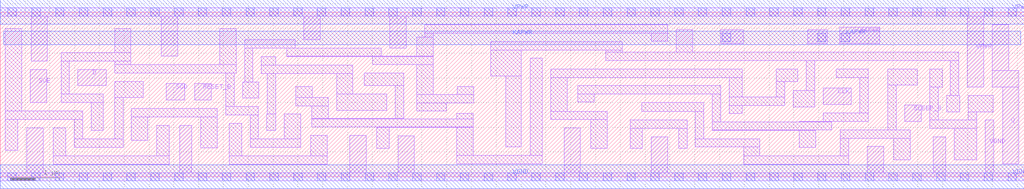
<source format=lef>
# Copyright 2020 The SkyWater PDK Authors
#
# Licensed under the Apache License, Version 2.0 (the "License");
# you may not use this file except in compliance with the License.
# You may obtain a copy of the License at
#
#     https://www.apache.org/licenses/LICENSE-2.0
#
# Unless required by applicable law or agreed to in writing, software
# distributed under the License is distributed on an "AS IS" BASIS,
# WITHOUT WARRANTIES OR CONDITIONS OF ANY KIND, either express or implied.
# See the License for the specific language governing permissions and
# limitations under the License.
#
# SPDX-License-Identifier: Apache-2.0

VERSION 5.7 ;
  NAMESCASESENSITIVE ON ;
  NOWIREEXTENSIONATPIN ON ;
  DIVIDERCHAR "/" ;
  BUSBITCHARS "[]" ;
UNITS
  DATABASE MICRONS 200 ;
END UNITS
MACRO sky130_fd_sc_lp__srsdfrtp_1
  CLASS CORE ;
  SOURCE USER ;
  FOREIGN sky130_fd_sc_lp__srsdfrtp_1 ;
  ORIGIN  0.000000  0.000000 ;
  SIZE  20.64000 BY  3.330000 ;
  SYMMETRY X Y R90 ;
  SITE unit ;
  PIN D
    ANTENNAGATEAREA  0.159000 ;
    DIRECTION INPUT ;
    USE SIGNAL ;
    PORT
      LAYER li1 ;
        RECT 1.565000 1.840000 2.135000 2.170000 ;
    END
  END D
  PIN Q
    ANTENNADIFFAREA  0.590100 ;
    DIRECTION OUTPUT ;
    USE SIGNAL ;
    PORT
      LAYER li1 ;
        RECT 19.995000 1.815000 20.535000 2.150000 ;
        RECT 19.995000 2.150000 20.325000 3.075000 ;
        RECT 20.205000 0.265000 20.535000 1.815000 ;
    END
  END Q
  PIN RESET_B
    ANTENNAGATEAREA  0.598000 ;
    DIRECTION INPUT ;
    USE SIGNAL ;
    PORT
      LAYER li1 ;
        RECT 3.920000 1.550000 4.250000 1.880000 ;
    END
  END RESET_B
  PIN SCD
    ANTENNAGATEAREA  0.159000 ;
    DIRECTION INPUT ;
    USE SIGNAL ;
    PORT
      LAYER li1 ;
        RECT 3.350000 1.550000 3.715000 1.880000 ;
    END
  END SCD
  PIN SCE
    ANTENNAGATEAREA  0.318000 ;
    DIRECTION INPUT ;
    USE SIGNAL ;
    PORT
      LAYER li1 ;
        RECT 0.605000 1.500000 0.935000 2.170000 ;
    END
  END SCE
  PIN SLEEP_B
    ANTENNAGATEAREA  0.598000 ;
    DIRECTION INPUT ;
    USE SIGNAL ;
    PORT
      LAYER li1 ;
        RECT 18.235000 1.120000 18.565000 1.450000 ;
    END
  END SLEEP_B
  PIN CLK
    ANTENNAGATEAREA  0.159000 ;
    DIRECTION INPUT ;
    USE CLOCK ;
    PORT
      LAYER li1 ;
        RECT 16.590000 1.460000 17.155000 1.790000 ;
    END
  END CLK
  PIN KAPWR
    DIRECTION INOUT ;
    USE POWER ;
    PORT
      LAYER li1 ;
        RECT 14.525000 2.690000 14.975000 2.970000 ;
        RECT 16.280000 2.690000 16.675000 2.970000 ;
        RECT 16.925000 2.690000 17.730000 3.025000 ;
      LAYER mcon ;
        RECT 14.555000 2.735000 14.725000 2.905000 ;
        RECT 16.475000 2.735000 16.645000 2.905000 ;
        RECT 16.955000 2.735000 17.125000 2.905000 ;
      LAYER met1 ;
        RECT 0.070000 2.675000 20.570000 2.945000 ;
    END
  END KAPWR
  PIN VGND
    DIRECTION INOUT ;
    USE GROUND ;
    PORT
      LAYER li1 ;
        RECT  0.000000 -0.085000 20.640000 0.085000 ;
        RECT  0.535000  0.085000  0.865000 0.990000 ;
        RECT  3.615000  0.085000  3.865000 1.040000 ;
        RECT  7.050000  0.085000  7.380000 0.835000 ;
        RECT  8.020000  0.085000  8.350000 0.825000 ;
        RECT 11.365000  0.085000 11.695000 0.985000 ;
        RECT 13.125000  0.085000 13.455000 0.810000 ;
        RECT 17.475000  0.085000 17.805000 0.610000 ;
        RECT 18.805000  0.085000 19.055000 0.805000 ;
        RECT 19.855000  0.085000 20.025000 1.145000 ;
      LAYER mcon ;
        RECT  0.155000 -0.085000  0.325000 0.085000 ;
        RECT  0.635000 -0.085000  0.805000 0.085000 ;
        RECT  1.115000 -0.085000  1.285000 0.085000 ;
        RECT  1.595000 -0.085000  1.765000 0.085000 ;
        RECT  2.075000 -0.085000  2.245000 0.085000 ;
        RECT  2.555000 -0.085000  2.725000 0.085000 ;
        RECT  3.035000 -0.085000  3.205000 0.085000 ;
        RECT  3.515000 -0.085000  3.685000 0.085000 ;
        RECT  3.995000 -0.085000  4.165000 0.085000 ;
        RECT  4.475000 -0.085000  4.645000 0.085000 ;
        RECT  4.955000 -0.085000  5.125000 0.085000 ;
        RECT  5.435000 -0.085000  5.605000 0.085000 ;
        RECT  5.915000 -0.085000  6.085000 0.085000 ;
        RECT  6.395000 -0.085000  6.565000 0.085000 ;
        RECT  6.875000 -0.085000  7.045000 0.085000 ;
        RECT  7.355000 -0.085000  7.525000 0.085000 ;
        RECT  7.835000 -0.085000  8.005000 0.085000 ;
        RECT  8.315000 -0.085000  8.485000 0.085000 ;
        RECT  8.795000 -0.085000  8.965000 0.085000 ;
        RECT  9.275000 -0.085000  9.445000 0.085000 ;
        RECT  9.755000 -0.085000  9.925000 0.085000 ;
        RECT 10.235000 -0.085000 10.405000 0.085000 ;
        RECT 10.715000 -0.085000 10.885000 0.085000 ;
        RECT 11.195000 -0.085000 11.365000 0.085000 ;
        RECT 11.675000 -0.085000 11.845000 0.085000 ;
        RECT 12.155000 -0.085000 12.325000 0.085000 ;
        RECT 12.635000 -0.085000 12.805000 0.085000 ;
        RECT 13.115000 -0.085000 13.285000 0.085000 ;
        RECT 13.595000 -0.085000 13.765000 0.085000 ;
        RECT 14.075000 -0.085000 14.245000 0.085000 ;
        RECT 14.555000 -0.085000 14.725000 0.085000 ;
        RECT 15.035000 -0.085000 15.205000 0.085000 ;
        RECT 15.515000 -0.085000 15.685000 0.085000 ;
        RECT 15.995000 -0.085000 16.165000 0.085000 ;
        RECT 16.475000 -0.085000 16.645000 0.085000 ;
        RECT 16.955000 -0.085000 17.125000 0.085000 ;
        RECT 17.435000 -0.085000 17.605000 0.085000 ;
        RECT 17.915000 -0.085000 18.085000 0.085000 ;
        RECT 18.395000 -0.085000 18.565000 0.085000 ;
        RECT 18.875000 -0.085000 19.045000 0.085000 ;
        RECT 19.355000 -0.085000 19.525000 0.085000 ;
        RECT 19.835000 -0.085000 20.005000 0.085000 ;
        RECT 20.315000 -0.085000 20.485000 0.085000 ;
      LAYER met1 ;
        RECT 0.000000 -0.245000 20.640000 0.245000 ;
    END
  END VGND
  PIN VPWR
    DIRECTION INOUT ;
    USE POWER ;
    PORT
      LAYER li1 ;
        RECT  0.000000 3.245000 20.640000 3.415000 ;
        RECT  0.620000 2.340000  0.950000 3.245000 ;
        RECT  3.245000 2.440000  3.575000 3.245000 ;
        RECT  6.120000 2.770000  6.450000 3.245000 ;
        RECT  7.850000 2.605000  8.180000 3.245000 ;
        RECT 19.495000 1.815000 19.825000 3.245000 ;
      LAYER mcon ;
        RECT  0.155000 3.245000  0.325000 3.415000 ;
        RECT  0.635000 3.245000  0.805000 3.415000 ;
        RECT  1.115000 3.245000  1.285000 3.415000 ;
        RECT  1.595000 3.245000  1.765000 3.415000 ;
        RECT  2.075000 3.245000  2.245000 3.415000 ;
        RECT  2.555000 3.245000  2.725000 3.415000 ;
        RECT  3.035000 3.245000  3.205000 3.415000 ;
        RECT  3.515000 3.245000  3.685000 3.415000 ;
        RECT  3.995000 3.245000  4.165000 3.415000 ;
        RECT  4.475000 3.245000  4.645000 3.415000 ;
        RECT  4.955000 3.245000  5.125000 3.415000 ;
        RECT  5.435000 3.245000  5.605000 3.415000 ;
        RECT  5.915000 3.245000  6.085000 3.415000 ;
        RECT  6.395000 3.245000  6.565000 3.415000 ;
        RECT  6.875000 3.245000  7.045000 3.415000 ;
        RECT  7.355000 3.245000  7.525000 3.415000 ;
        RECT  7.835000 3.245000  8.005000 3.415000 ;
        RECT  8.315000 3.245000  8.485000 3.415000 ;
        RECT  8.795000 3.245000  8.965000 3.415000 ;
        RECT  9.275000 3.245000  9.445000 3.415000 ;
        RECT  9.755000 3.245000  9.925000 3.415000 ;
        RECT 10.235000 3.245000 10.405000 3.415000 ;
        RECT 10.715000 3.245000 10.885000 3.415000 ;
        RECT 11.195000 3.245000 11.365000 3.415000 ;
        RECT 11.675000 3.245000 11.845000 3.415000 ;
        RECT 12.155000 3.245000 12.325000 3.415000 ;
        RECT 12.635000 3.245000 12.805000 3.415000 ;
        RECT 13.115000 3.245000 13.285000 3.415000 ;
        RECT 13.595000 3.245000 13.765000 3.415000 ;
        RECT 14.075000 3.245000 14.245000 3.415000 ;
        RECT 14.555000 3.245000 14.725000 3.415000 ;
        RECT 15.035000 3.245000 15.205000 3.415000 ;
        RECT 15.515000 3.245000 15.685000 3.415000 ;
        RECT 15.995000 3.245000 16.165000 3.415000 ;
        RECT 16.475000 3.245000 16.645000 3.415000 ;
        RECT 16.955000 3.245000 17.125000 3.415000 ;
        RECT 17.435000 3.245000 17.605000 3.415000 ;
        RECT 17.915000 3.245000 18.085000 3.415000 ;
        RECT 18.395000 3.245000 18.565000 3.415000 ;
        RECT 18.875000 3.245000 19.045000 3.415000 ;
        RECT 19.355000 3.245000 19.525000 3.415000 ;
        RECT 19.835000 3.245000 20.005000 3.415000 ;
        RECT 20.315000 3.245000 20.485000 3.415000 ;
      LAYER met1 ;
        RECT 0.000000 3.085000 20.640000 3.575000 ;
    END
  END VPWR
  OBS
    LAYER li1 ;
      RECT  0.105000 0.530000  0.355000 1.160000 ;
      RECT  0.105000 1.160000  1.660000 1.330000 ;
      RECT  0.105000 1.330000  0.435000 2.990000 ;
      RECT  1.070000 0.255000  3.405000 0.425000 ;
      RECT  1.070000 0.425000  1.320000 0.990000 ;
      RECT  1.225000 1.500000  2.080000 1.670000 ;
      RECT  1.225000 1.670000  1.395000 2.340000 ;
      RECT  1.225000 2.340000  2.635000 2.510000 ;
      RECT  1.490000 0.595000  2.475000 0.765000 ;
      RECT  1.490000 0.765000  1.660000 1.160000 ;
      RECT  1.830000 0.935000  2.080000 1.500000 ;
      RECT  2.305000 0.765000  2.475000 1.600000 ;
      RECT  2.305000 1.600000  2.880000 1.930000 ;
      RECT  2.305000 2.100000  4.755000 2.270000 ;
      RECT  2.305000 2.270000  2.635000 2.340000 ;
      RECT  2.305000 2.510000  2.635000 2.990000 ;
      RECT  2.645000 0.740000  2.975000 1.210000 ;
      RECT  2.645000 1.210000  4.375000 1.380000 ;
      RECT  3.155000 0.425000  3.405000 1.040000 ;
      RECT  4.045000 0.580000  4.375000 1.210000 ;
      RECT  4.425000 2.270000  4.755000 2.990000 ;
      RECT  4.545000 1.250000  5.205000 1.420000 ;
      RECT  4.545000 1.420000  4.715000 2.100000 ;
      RECT  4.615000 0.255000  6.590000 0.425000 ;
      RECT  4.615000 0.425000  4.865000 1.080000 ;
      RECT  4.885000 1.590000  5.215000 1.920000 ;
      RECT  4.925000 1.920000  5.095000 2.600000 ;
      RECT  4.925000 2.600000  5.950000 2.770000 ;
      RECT  5.035000 0.595000  6.055000 0.765000 ;
      RECT  5.035000 0.765000  5.205000 1.250000 ;
      RECT  5.265000 2.090000  7.110000 2.260000 ;
      RECT  5.265000 2.260000  5.555000 2.430000 ;
      RECT  5.375000 0.935000  5.555000 1.265000 ;
      RECT  5.385000 1.265000  5.555000 2.090000 ;
      RECT  5.725000 0.765000  6.055000 1.265000 ;
      RECT  5.780000 2.430000  8.725000 2.435000 ;
      RECT  5.780000 2.435000  7.680000 2.600000 ;
      RECT  5.960000 1.435000  6.610000 1.605000 ;
      RECT  5.960000 1.605000  6.290000 1.825000 ;
      RECT  6.260000 0.425000  6.590000 0.835000 ;
      RECT  6.280000 1.005000  9.530000 1.165000 ;
      RECT  6.280000 1.165000  8.135000 1.175000 ;
      RECT  6.280000 1.175000  6.610000 1.435000 ;
      RECT  6.780000 1.345000  7.795000 1.675000 ;
      RECT  6.780000 1.675000  7.110000 2.090000 ;
      RECT  7.340000 1.845000  8.135000 2.095000 ;
      RECT  7.510000 2.265000  8.725000 2.430000 ;
      RECT  7.590000 0.575000  7.840000 0.995000 ;
      RECT  7.590000 0.995000  9.530000 1.005000 ;
      RECT  7.965000 1.175000  8.135000 1.845000 ;
      RECT  8.395000 1.335000  8.990000 1.495000 ;
      RECT  8.395000 1.495000  9.540000 1.665000 ;
      RECT  8.395000 1.665000  8.725000 2.265000 ;
      RECT  8.395000 2.435000  8.725000 2.825000 ;
      RECT  8.555000 2.825000  8.725000 2.905000 ;
      RECT  8.555000 2.905000 13.455000 3.075000 ;
      RECT  9.200000 0.265000 10.930000 0.435000 ;
      RECT  9.200000 0.435000  9.530000 0.995000 ;
      RECT  9.200000 1.165000  9.530000 1.285000 ;
      RECT  9.210000 1.665000  9.540000 1.825000 ;
      RECT  9.890000 2.040000 10.500000 2.565000 ;
      RECT  9.890000 2.565000 12.540000 2.735000 ;
      RECT 10.190000 0.605000 10.500000 2.040000 ;
      RECT 10.680000 0.435000 10.930000 2.395000 ;
      RECT 11.100000 1.155000 12.235000 1.325000 ;
      RECT 11.100000 1.325000 11.430000 2.010000 ;
      RECT 11.100000 2.010000 14.955000 2.180000 ;
      RECT 11.640000 1.510000 11.970000 1.670000 ;
      RECT 11.640000 1.670000 14.525000 1.840000 ;
      RECT 11.905000 0.575000 12.235000 1.155000 ;
      RECT 12.210000 2.350000 19.325000 2.520000 ;
      RECT 12.210000 2.520000 12.540000 2.565000 ;
      RECT 12.695000 0.575000 12.945000 0.980000 ;
      RECT 12.695000 0.980000 13.845000 1.150000 ;
      RECT 12.930000 1.320000 14.185000 1.500000 ;
      RECT 13.125000 2.745000 13.455000 2.905000 ;
      RECT 13.625000 2.520000 13.955000 2.970000 ;
      RECT 13.675000 0.575000 13.845000 0.980000 ;
      RECT 14.015000 0.600000 15.315000 0.770000 ;
      RECT 14.015000 0.770000 14.185000 1.320000 ;
      RECT 14.355000 0.940000 16.435000 0.950000 ;
      RECT 14.355000 0.950000 16.760000 1.110000 ;
      RECT 14.355000 1.110000 14.525000 1.670000 ;
      RECT 14.695000 1.280000 14.955000 1.440000 ;
      RECT 14.695000 1.440000 15.815000 1.610000 ;
      RECT 14.695000 1.610000 14.955000 2.010000 ;
      RECT 14.985000 0.255000 17.100000 0.425000 ;
      RECT 14.985000 0.425000 15.315000 0.600000 ;
      RECT 15.645000 1.610000 15.815000 1.930000 ;
      RECT 15.645000 1.930000 16.080000 2.180000 ;
      RECT 15.985000 1.410000 16.420000 1.740000 ;
      RECT 16.105000 0.595000 16.435000 0.940000 ;
      RECT 16.105000 1.110000 16.760000 1.120000 ;
      RECT 16.250000 1.740000 16.420000 2.350000 ;
      RECT 16.590000 1.120000 17.495000 1.290000 ;
      RECT 16.855000 2.010000 17.495000 2.180000 ;
      RECT 16.930000 0.425000 17.100000 0.780000 ;
      RECT 16.930000 0.780000 18.345000 0.950000 ;
      RECT 17.325000 1.290000 17.495000 2.010000 ;
      RECT 17.895000 0.950000 18.065000 1.850000 ;
      RECT 17.895000 1.850000 18.490000 2.180000 ;
      RECT 18.015000 0.345000 18.345000 0.780000 ;
      RECT 18.735000 0.975000 19.685000 1.145000 ;
      RECT 18.735000 1.145000 18.905000 1.815000 ;
      RECT 18.735000 1.815000 18.985000 2.180000 ;
      RECT 19.075000 1.315000 19.345000 1.645000 ;
      RECT 19.155000 1.645000 19.325000 2.350000 ;
      RECT 19.235000 0.345000 19.685000 0.975000 ;
      RECT 19.515000 1.145000 19.685000 1.315000 ;
      RECT 19.515000 1.315000 20.020000 1.645000 ;
  END
END sky130_fd_sc_lp__srsdfrtp_1

</source>
